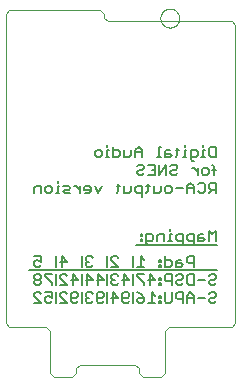
<source format=gbo>
G75*
%MOIN*%
%OFA0B0*%
%FSLAX25Y25*%
%IPPOS*%
%LPD*%
%AMOC8*
5,1,8,0,0,1.08239X$1,22.5*
%
%ADD10C,0.00500*%
%ADD11C,0.00600*%
%ADD12C,0.00000*%
D10*
X0017648Y0029625D02*
X0019983Y0029625D01*
X0017648Y0031960D01*
X0017648Y0032544D01*
X0018231Y0033128D01*
X0019399Y0033128D01*
X0019983Y0032544D01*
X0021331Y0033128D02*
X0023666Y0033128D01*
X0023666Y0031376D01*
X0022498Y0031960D01*
X0021915Y0031960D01*
X0021331Y0031376D01*
X0021331Y0030209D01*
X0021915Y0029625D01*
X0023082Y0029625D01*
X0023666Y0030209D01*
X0024894Y0029625D02*
X0024894Y0033128D01*
X0024894Y0035625D02*
X0024894Y0039128D01*
X0023666Y0039128D02*
X0021331Y0039128D01*
X0021331Y0038544D01*
X0023666Y0036209D01*
X0023666Y0035625D01*
X0026242Y0035625D02*
X0028577Y0035625D01*
X0026242Y0037960D01*
X0026242Y0038544D01*
X0026825Y0039128D01*
X0027993Y0039128D01*
X0028577Y0038544D01*
X0029925Y0037376D02*
X0032260Y0037376D01*
X0030509Y0039128D01*
X0030509Y0035625D01*
X0030509Y0033128D02*
X0031676Y0033128D01*
X0032260Y0032544D01*
X0032260Y0031960D01*
X0031676Y0031376D01*
X0029925Y0031376D01*
X0029925Y0030209D02*
X0029925Y0032544D01*
X0030509Y0033128D01*
X0028577Y0032544D02*
X0027993Y0033128D01*
X0026825Y0033128D01*
X0026242Y0032544D01*
X0026242Y0031960D01*
X0028577Y0029625D01*
X0026242Y0029625D01*
X0029925Y0030209D02*
X0030509Y0029625D01*
X0031676Y0029625D01*
X0032260Y0030209D01*
X0033488Y0029625D02*
X0033488Y0033128D01*
X0033488Y0035625D02*
X0033488Y0039128D01*
X0034836Y0037376D02*
X0037171Y0037376D01*
X0035419Y0039128D01*
X0035419Y0035625D01*
X0035419Y0033128D02*
X0034836Y0032544D01*
X0034836Y0031960D01*
X0035419Y0031376D01*
X0034836Y0030793D01*
X0034836Y0030209D01*
X0035419Y0029625D01*
X0036587Y0029625D01*
X0037171Y0030209D01*
X0036003Y0031376D02*
X0035419Y0031376D01*
X0037171Y0032544D02*
X0036587Y0033128D01*
X0035419Y0033128D01*
X0038519Y0032544D02*
X0038519Y0030209D01*
X0039103Y0029625D01*
X0040270Y0029625D01*
X0040854Y0030209D01*
X0040270Y0031376D02*
X0038519Y0031376D01*
X0038519Y0032544D02*
X0039103Y0033128D01*
X0040270Y0033128D01*
X0040854Y0032544D01*
X0040854Y0031960D01*
X0040270Y0031376D01*
X0042082Y0029625D02*
X0042082Y0033128D01*
X0042082Y0035625D02*
X0042082Y0039128D01*
X0043430Y0038544D02*
X0043430Y0037960D01*
X0044013Y0037376D01*
X0043430Y0036793D01*
X0043430Y0036209D01*
X0044013Y0035625D01*
X0045181Y0035625D01*
X0045765Y0036209D01*
X0047113Y0037376D02*
X0049448Y0037376D01*
X0047697Y0039128D01*
X0047697Y0035625D01*
X0047697Y0033128D02*
X0048864Y0033128D01*
X0049448Y0032544D01*
X0049448Y0031960D01*
X0048864Y0031376D01*
X0047113Y0031376D01*
X0047113Y0030209D02*
X0047113Y0032544D01*
X0047697Y0033128D01*
X0045765Y0031376D02*
X0043430Y0031376D01*
X0044013Y0029625D02*
X0044013Y0033128D01*
X0045765Y0031376D01*
X0047113Y0030209D02*
X0047697Y0029625D01*
X0048864Y0029625D01*
X0049448Y0030209D01*
X0050676Y0029625D02*
X0050676Y0033128D01*
X0052024Y0033128D02*
X0053191Y0032544D01*
X0054359Y0031376D01*
X0052607Y0031376D01*
X0052024Y0030793D01*
X0052024Y0030209D01*
X0052607Y0029625D01*
X0053775Y0029625D01*
X0054359Y0030209D01*
X0054359Y0031376D01*
X0055707Y0029625D02*
X0058042Y0029625D01*
X0056874Y0029625D02*
X0056874Y0033128D01*
X0058042Y0031960D01*
X0059300Y0031960D02*
X0059300Y0031376D01*
X0059884Y0031376D01*
X0059884Y0031960D01*
X0059300Y0031960D01*
X0059300Y0030209D02*
X0059300Y0029625D01*
X0059884Y0029625D01*
X0059884Y0030209D01*
X0059300Y0030209D01*
X0061232Y0030209D02*
X0061232Y0033128D01*
X0059884Y0035625D02*
X0059884Y0036209D01*
X0059300Y0036209D01*
X0059300Y0035625D01*
X0059884Y0035625D01*
X0059884Y0037376D02*
X0059300Y0037376D01*
X0059300Y0037960D01*
X0059884Y0037960D01*
X0059884Y0037376D01*
X0061232Y0037376D02*
X0061232Y0038544D01*
X0061815Y0039128D01*
X0063567Y0039128D01*
X0063567Y0035625D01*
X0063567Y0036793D02*
X0061815Y0036793D01*
X0061232Y0037376D01*
X0058042Y0037376D02*
X0055707Y0037376D01*
X0054359Y0036209D02*
X0054359Y0035625D01*
X0054359Y0036209D02*
X0052024Y0038544D01*
X0052024Y0039128D01*
X0054359Y0039128D01*
X0056291Y0039128D02*
X0058042Y0037376D01*
X0056291Y0035625D02*
X0056291Y0039128D01*
X0054359Y0041625D02*
X0052024Y0041625D01*
X0050676Y0041625D02*
X0050676Y0045128D01*
X0053191Y0045128D02*
X0053191Y0041625D01*
X0054359Y0043960D02*
X0053191Y0045128D01*
X0055677Y0049082D02*
X0055093Y0049666D01*
X0055093Y0052585D01*
X0056844Y0052585D01*
X0057428Y0052001D01*
X0057428Y0050834D01*
X0056844Y0050250D01*
X0055093Y0050250D01*
X0055677Y0049082D02*
X0056261Y0049082D01*
X0058776Y0050250D02*
X0058776Y0052001D01*
X0059360Y0052585D01*
X0061111Y0052585D01*
X0061111Y0050250D01*
X0062399Y0050250D02*
X0063567Y0050250D01*
X0062983Y0050250D02*
X0062983Y0052585D01*
X0063567Y0052585D01*
X0062983Y0053753D02*
X0062983Y0054337D01*
X0064915Y0052001D02*
X0064915Y0050834D01*
X0065498Y0050250D01*
X0067250Y0050250D01*
X0067250Y0049082D02*
X0067250Y0052585D01*
X0065498Y0052585D01*
X0064915Y0052001D01*
X0068598Y0052001D02*
X0068598Y0050834D01*
X0069182Y0050250D01*
X0070933Y0050250D01*
X0070933Y0049082D02*
X0070933Y0052585D01*
X0069182Y0052585D01*
X0068598Y0052001D01*
X0072281Y0052001D02*
X0072281Y0050250D01*
X0074032Y0050250D01*
X0074616Y0050834D01*
X0074032Y0051418D01*
X0072281Y0051418D01*
X0072281Y0052001D02*
X0072865Y0052585D01*
X0074032Y0052585D01*
X0075964Y0053753D02*
X0075964Y0050250D01*
X0077132Y0052585D02*
X0075964Y0053753D01*
X0077132Y0052585D02*
X0078299Y0053753D01*
X0078299Y0050250D01*
X0070933Y0045128D02*
X0070933Y0041625D01*
X0070933Y0042793D02*
X0069182Y0042793D01*
X0068598Y0043376D01*
X0068598Y0044544D01*
X0069182Y0045128D01*
X0070933Y0045128D01*
X0067250Y0042209D02*
X0066666Y0042793D01*
X0064915Y0042793D01*
X0064915Y0043376D02*
X0064915Y0041625D01*
X0066666Y0041625D01*
X0067250Y0042209D01*
X0066666Y0043960D02*
X0065498Y0043960D01*
X0064915Y0043376D01*
X0063567Y0043376D02*
X0063567Y0042209D01*
X0062983Y0041625D01*
X0061232Y0041625D01*
X0061232Y0045128D01*
X0061232Y0043960D02*
X0062983Y0043960D01*
X0063567Y0043376D01*
X0065498Y0039128D02*
X0064915Y0038544D01*
X0065498Y0039128D02*
X0066666Y0039128D01*
X0067250Y0038544D01*
X0067250Y0037960D01*
X0066666Y0037376D01*
X0065498Y0037376D01*
X0064915Y0036793D01*
X0064915Y0036209D01*
X0065498Y0035625D01*
X0066666Y0035625D01*
X0067250Y0036209D01*
X0068598Y0036209D02*
X0068598Y0038544D01*
X0069182Y0039128D01*
X0070933Y0039128D01*
X0070933Y0035625D01*
X0069182Y0035625D01*
X0068598Y0036209D01*
X0069765Y0033128D02*
X0068598Y0031960D01*
X0068598Y0029625D01*
X0067250Y0029625D02*
X0067250Y0033128D01*
X0065498Y0033128D01*
X0064915Y0032544D01*
X0064915Y0031376D01*
X0065498Y0030793D01*
X0067250Y0030793D01*
X0068598Y0031376D02*
X0070933Y0031376D01*
X0070933Y0031960D02*
X0070933Y0029625D01*
X0072281Y0031376D02*
X0074616Y0031376D01*
X0075964Y0030793D02*
X0075964Y0030209D01*
X0076548Y0029625D01*
X0077716Y0029625D01*
X0078299Y0030209D01*
X0077716Y0031376D02*
X0078299Y0031960D01*
X0078299Y0032544D01*
X0077716Y0033128D01*
X0076548Y0033128D01*
X0075964Y0032544D01*
X0076548Y0031376D02*
X0075964Y0030793D01*
X0076548Y0031376D02*
X0077716Y0031376D01*
X0077716Y0035625D02*
X0076548Y0035625D01*
X0075964Y0036209D01*
X0075964Y0036793D01*
X0076548Y0037376D01*
X0077716Y0037376D01*
X0078299Y0037960D01*
X0078299Y0038544D01*
X0077716Y0039128D01*
X0076548Y0039128D01*
X0075964Y0038544D01*
X0074616Y0037376D02*
X0072281Y0037376D01*
X0069765Y0033128D02*
X0070933Y0031960D01*
X0077716Y0035625D02*
X0078299Y0036209D01*
X0063567Y0033128D02*
X0063567Y0030209D01*
X0062983Y0029625D01*
X0061815Y0029625D01*
X0061232Y0030209D01*
X0059884Y0041625D02*
X0059300Y0041625D01*
X0059300Y0042209D01*
X0059884Y0042209D01*
X0059884Y0041625D01*
X0059884Y0043376D02*
X0059300Y0043376D01*
X0059300Y0043960D01*
X0059884Y0043960D01*
X0059884Y0043376D01*
X0053745Y0050250D02*
X0053745Y0050834D01*
X0053161Y0050834D01*
X0053161Y0050250D01*
X0053745Y0050250D01*
X0053745Y0052001D02*
X0053745Y0052585D01*
X0053161Y0052585D01*
X0053161Y0052001D01*
X0053745Y0052001D01*
X0045765Y0044544D02*
X0045181Y0045128D01*
X0044013Y0045128D01*
X0043430Y0044544D01*
X0043430Y0043960D01*
X0045765Y0041625D01*
X0043430Y0041625D01*
X0042082Y0041625D02*
X0042082Y0045128D01*
X0044013Y0039128D02*
X0043430Y0038544D01*
X0044013Y0039128D02*
X0045181Y0039128D01*
X0045765Y0038544D01*
X0044597Y0037376D02*
X0044013Y0037376D01*
X0040854Y0037376D02*
X0038519Y0037376D01*
X0039103Y0035625D02*
X0039103Y0039128D01*
X0040854Y0037376D01*
X0036587Y0041625D02*
X0037171Y0042209D01*
X0036587Y0041625D02*
X0035419Y0041625D01*
X0034836Y0042209D01*
X0034836Y0042793D01*
X0035419Y0043376D01*
X0036003Y0043376D01*
X0035419Y0043376D02*
X0034836Y0043960D01*
X0034836Y0044544D01*
X0035419Y0045128D01*
X0036587Y0045128D01*
X0037171Y0044544D01*
X0033488Y0045128D02*
X0033488Y0041625D01*
X0028577Y0043376D02*
X0026242Y0043376D01*
X0026825Y0041625D02*
X0026825Y0045128D01*
X0028577Y0043376D01*
X0024894Y0045128D02*
X0024894Y0041625D01*
X0019983Y0042209D02*
X0019399Y0041625D01*
X0018231Y0041625D01*
X0017648Y0042209D01*
X0017648Y0043376D01*
X0018231Y0043960D01*
X0018815Y0043960D01*
X0019983Y0043376D01*
X0019983Y0045128D01*
X0017648Y0045128D01*
X0018231Y0039128D02*
X0017648Y0038544D01*
X0017648Y0037960D01*
X0018231Y0037376D01*
X0019399Y0037376D01*
X0019983Y0037960D01*
X0019983Y0038544D01*
X0019399Y0039128D01*
X0018231Y0039128D01*
X0018231Y0037376D02*
X0017648Y0036793D01*
X0017648Y0036209D01*
X0018231Y0035625D01*
X0019399Y0035625D01*
X0019983Y0036209D01*
X0019983Y0036793D01*
X0019399Y0037376D01*
X0019983Y0066188D02*
X0019983Y0068523D01*
X0018231Y0068523D01*
X0017648Y0067939D01*
X0017648Y0066188D01*
X0021331Y0066771D02*
X0021331Y0067939D01*
X0021915Y0068523D01*
X0023082Y0068523D01*
X0023666Y0067939D01*
X0023666Y0066771D01*
X0023082Y0066188D01*
X0021915Y0066188D01*
X0021331Y0066771D01*
X0024954Y0066188D02*
X0026122Y0066188D01*
X0025538Y0066188D02*
X0025538Y0068523D01*
X0026122Y0068523D01*
X0025538Y0069690D02*
X0025538Y0070274D01*
X0027469Y0068523D02*
X0029221Y0068523D01*
X0029805Y0067939D01*
X0029221Y0067355D01*
X0028053Y0067355D01*
X0027469Y0066771D01*
X0028053Y0066188D01*
X0029805Y0066188D01*
X0031122Y0068523D02*
X0031706Y0068523D01*
X0032874Y0067355D01*
X0032874Y0066188D02*
X0032874Y0068523D01*
X0034222Y0067939D02*
X0034222Y0067355D01*
X0036557Y0067355D01*
X0036557Y0066771D02*
X0036557Y0067939D01*
X0035973Y0068523D01*
X0034806Y0068523D01*
X0034222Y0067939D01*
X0034806Y0066188D02*
X0035973Y0066188D01*
X0036557Y0066771D01*
X0037905Y0068523D02*
X0039073Y0066188D01*
X0040240Y0068523D01*
X0045211Y0068523D02*
X0046379Y0068523D01*
X0045795Y0069107D02*
X0045795Y0066771D01*
X0045211Y0066188D01*
X0047727Y0066188D02*
X0047727Y0068523D01*
X0047727Y0066188D02*
X0049478Y0066188D01*
X0050062Y0066771D01*
X0050062Y0068523D01*
X0051410Y0067939D02*
X0051410Y0066771D01*
X0051994Y0066188D01*
X0053745Y0066188D01*
X0053745Y0065020D02*
X0053745Y0068523D01*
X0051994Y0068523D01*
X0051410Y0067939D01*
X0052607Y0072188D02*
X0053775Y0072188D01*
X0054359Y0072771D01*
X0053775Y0073939D02*
X0054359Y0074523D01*
X0054359Y0075107D01*
X0053775Y0075690D01*
X0052607Y0075690D01*
X0052024Y0075107D01*
X0052607Y0073939D02*
X0052024Y0073355D01*
X0052024Y0072771D01*
X0052607Y0072188D01*
X0052607Y0073939D02*
X0053775Y0073939D01*
X0055707Y0075690D02*
X0058042Y0075690D01*
X0058042Y0072188D01*
X0055707Y0072188D01*
X0056874Y0073939D02*
X0058042Y0073939D01*
X0059390Y0072188D02*
X0059390Y0075690D01*
X0059300Y0078188D02*
X0059300Y0081690D01*
X0059884Y0081690D01*
X0061232Y0079939D02*
X0061232Y0078188D01*
X0062983Y0078188D01*
X0063567Y0078771D01*
X0062983Y0079355D01*
X0061232Y0079355D01*
X0061232Y0079939D02*
X0061815Y0080523D01*
X0062983Y0080523D01*
X0064855Y0080523D02*
X0066022Y0080523D01*
X0065438Y0081107D02*
X0065438Y0078771D01*
X0064855Y0078188D01*
X0064825Y0075690D02*
X0063657Y0075690D01*
X0063073Y0075107D01*
X0063657Y0073939D02*
X0063073Y0073355D01*
X0063073Y0072771D01*
X0063657Y0072188D01*
X0064825Y0072188D01*
X0065408Y0072771D01*
X0064825Y0073939D02*
X0065408Y0074523D01*
X0065408Y0075107D01*
X0064825Y0075690D01*
X0064825Y0073939D02*
X0063657Y0073939D01*
X0061725Y0075690D02*
X0059390Y0072188D01*
X0061725Y0072188D02*
X0061725Y0075690D01*
X0059884Y0078188D02*
X0058716Y0078188D01*
X0053745Y0078188D02*
X0053745Y0080523D01*
X0052577Y0081690D01*
X0051410Y0080523D01*
X0051410Y0078188D01*
X0050062Y0078771D02*
X0050062Y0080523D01*
X0050062Y0078771D02*
X0049478Y0078188D01*
X0047727Y0078188D01*
X0047727Y0080523D01*
X0046379Y0079939D02*
X0046379Y0078771D01*
X0045795Y0078188D01*
X0044044Y0078188D01*
X0044044Y0081690D01*
X0044044Y0080523D02*
X0045795Y0080523D01*
X0046379Y0079939D01*
X0042696Y0080523D02*
X0042112Y0080523D01*
X0042112Y0078188D01*
X0042696Y0078188D02*
X0041528Y0078188D01*
X0040240Y0078771D02*
X0039656Y0078188D01*
X0038489Y0078188D01*
X0037905Y0078771D01*
X0037905Y0079939D01*
X0038489Y0080523D01*
X0039656Y0080523D01*
X0040240Y0079939D01*
X0040240Y0078771D01*
X0042112Y0081690D02*
X0042112Y0082274D01*
X0051410Y0079939D02*
X0053745Y0079939D01*
X0055617Y0069107D02*
X0055617Y0066771D01*
X0055033Y0066188D01*
X0055033Y0068523D02*
X0056201Y0068523D01*
X0057548Y0068523D02*
X0057548Y0066188D01*
X0059300Y0066188D01*
X0059884Y0066771D01*
X0059884Y0068523D01*
X0061232Y0067939D02*
X0061232Y0066771D01*
X0061815Y0066188D01*
X0062983Y0066188D01*
X0063567Y0066771D01*
X0063567Y0067939D01*
X0062983Y0068523D01*
X0061815Y0068523D01*
X0061232Y0067939D01*
X0064915Y0067939D02*
X0067250Y0067939D01*
X0068598Y0067939D02*
X0070933Y0067939D01*
X0070933Y0068523D02*
X0069765Y0069690D01*
X0068598Y0068523D01*
X0068598Y0066188D01*
X0070933Y0066188D02*
X0070933Y0068523D01*
X0072281Y0069107D02*
X0072865Y0069690D01*
X0074032Y0069690D01*
X0074616Y0069107D01*
X0074616Y0066771D01*
X0074032Y0066188D01*
X0072865Y0066188D01*
X0072281Y0066771D01*
X0075964Y0066188D02*
X0077132Y0067355D01*
X0076548Y0067355D02*
X0078299Y0067355D01*
X0078299Y0066188D02*
X0078299Y0069690D01*
X0076548Y0069690D01*
X0075964Y0069107D01*
X0075964Y0067939D01*
X0076548Y0067355D01*
X0077716Y0072188D02*
X0077716Y0075107D01*
X0077132Y0075690D01*
X0076548Y0078188D02*
X0075964Y0078771D01*
X0075964Y0081107D01*
X0076548Y0081690D01*
X0078299Y0081690D01*
X0078299Y0078188D01*
X0076548Y0078188D01*
X0074616Y0078188D02*
X0073449Y0078188D01*
X0074032Y0078188D02*
X0074032Y0080523D01*
X0074616Y0080523D01*
X0074032Y0081690D02*
X0074032Y0082274D01*
X0072161Y0079939D02*
X0072161Y0078771D01*
X0071577Y0078188D01*
X0069826Y0078188D01*
X0069826Y0077604D02*
X0069826Y0080523D01*
X0071577Y0080523D01*
X0072161Y0079939D01*
X0070993Y0077020D02*
X0070409Y0077020D01*
X0069826Y0077604D01*
X0068478Y0078188D02*
X0067310Y0078188D01*
X0067894Y0078188D02*
X0067894Y0080523D01*
X0068478Y0080523D01*
X0067894Y0081690D02*
X0067894Y0082274D01*
X0070409Y0074523D02*
X0070993Y0074523D01*
X0072161Y0073355D01*
X0072161Y0072188D02*
X0072161Y0074523D01*
X0073509Y0073939D02*
X0074092Y0074523D01*
X0075260Y0074523D01*
X0075844Y0073939D01*
X0075844Y0072771D01*
X0075260Y0072188D01*
X0074092Y0072188D01*
X0073509Y0072771D01*
X0073509Y0073939D01*
X0077132Y0073939D02*
X0078299Y0073939D01*
X0050676Y0039128D02*
X0050676Y0035625D01*
D11*
X0051674Y0049062D02*
X0078549Y0049062D01*
X0078549Y0040625D02*
X0016049Y0040625D01*
D12*
X0021674Y0021562D02*
X0009487Y0021562D01*
X0008237Y0022812D01*
X0008237Y0125937D01*
X0009487Y0127187D01*
X0039799Y0127187D01*
X0041049Y0125937D01*
X0041049Y0124687D01*
X0042299Y0123437D01*
X0083549Y0123437D01*
X0084799Y0122187D01*
X0084799Y0022812D01*
X0083549Y0021562D01*
X0062612Y0021562D01*
X0061362Y0020313D01*
X0061362Y0006250D01*
X0060112Y0005000D01*
X0053862Y0005000D01*
X0052612Y0006250D01*
X0052612Y0007812D01*
X0051362Y0009063D01*
X0032924Y0009063D01*
X0031674Y0007812D01*
X0031674Y0006250D01*
X0030424Y0005000D01*
X0024174Y0005000D01*
X0022924Y0006250D01*
X0022924Y0020313D01*
X0021674Y0021562D01*
X0059774Y0124560D02*
X0059776Y0124672D01*
X0059782Y0124783D01*
X0059792Y0124895D01*
X0059806Y0125006D01*
X0059823Y0125116D01*
X0059845Y0125226D01*
X0059871Y0125335D01*
X0059900Y0125443D01*
X0059933Y0125549D01*
X0059970Y0125655D01*
X0060011Y0125759D01*
X0060056Y0125862D01*
X0060104Y0125963D01*
X0060155Y0126062D01*
X0060210Y0126159D01*
X0060269Y0126254D01*
X0060330Y0126348D01*
X0060395Y0126439D01*
X0060464Y0126527D01*
X0060535Y0126613D01*
X0060609Y0126697D01*
X0060687Y0126777D01*
X0060767Y0126855D01*
X0060850Y0126931D01*
X0060935Y0127003D01*
X0061023Y0127072D01*
X0061113Y0127138D01*
X0061206Y0127200D01*
X0061301Y0127260D01*
X0061398Y0127316D01*
X0061496Y0127368D01*
X0061597Y0127417D01*
X0061699Y0127462D01*
X0061803Y0127504D01*
X0061908Y0127542D01*
X0062015Y0127576D01*
X0062122Y0127606D01*
X0062231Y0127633D01*
X0062340Y0127655D01*
X0062451Y0127674D01*
X0062561Y0127689D01*
X0062673Y0127700D01*
X0062784Y0127707D01*
X0062896Y0127710D01*
X0063008Y0127709D01*
X0063120Y0127704D01*
X0063231Y0127695D01*
X0063342Y0127682D01*
X0063453Y0127665D01*
X0063563Y0127645D01*
X0063672Y0127620D01*
X0063780Y0127592D01*
X0063887Y0127559D01*
X0063993Y0127523D01*
X0064097Y0127483D01*
X0064200Y0127440D01*
X0064302Y0127393D01*
X0064401Y0127342D01*
X0064499Y0127288D01*
X0064595Y0127230D01*
X0064689Y0127169D01*
X0064780Y0127105D01*
X0064869Y0127038D01*
X0064956Y0126967D01*
X0065040Y0126893D01*
X0065122Y0126817D01*
X0065200Y0126737D01*
X0065276Y0126655D01*
X0065349Y0126570D01*
X0065419Y0126483D01*
X0065485Y0126393D01*
X0065549Y0126301D01*
X0065609Y0126207D01*
X0065666Y0126111D01*
X0065719Y0126012D01*
X0065769Y0125912D01*
X0065815Y0125811D01*
X0065858Y0125707D01*
X0065897Y0125602D01*
X0065932Y0125496D01*
X0065963Y0125389D01*
X0065991Y0125280D01*
X0066014Y0125171D01*
X0066034Y0125061D01*
X0066050Y0124950D01*
X0066062Y0124839D01*
X0066070Y0124728D01*
X0066074Y0124616D01*
X0066074Y0124504D01*
X0066070Y0124392D01*
X0066062Y0124281D01*
X0066050Y0124170D01*
X0066034Y0124059D01*
X0066014Y0123949D01*
X0065991Y0123840D01*
X0065963Y0123731D01*
X0065932Y0123624D01*
X0065897Y0123518D01*
X0065858Y0123413D01*
X0065815Y0123309D01*
X0065769Y0123208D01*
X0065719Y0123108D01*
X0065666Y0123009D01*
X0065609Y0122913D01*
X0065549Y0122819D01*
X0065485Y0122727D01*
X0065419Y0122637D01*
X0065349Y0122550D01*
X0065276Y0122465D01*
X0065200Y0122383D01*
X0065122Y0122303D01*
X0065040Y0122227D01*
X0064956Y0122153D01*
X0064869Y0122082D01*
X0064780Y0122015D01*
X0064689Y0121951D01*
X0064595Y0121890D01*
X0064499Y0121832D01*
X0064401Y0121778D01*
X0064302Y0121727D01*
X0064200Y0121680D01*
X0064097Y0121637D01*
X0063993Y0121597D01*
X0063887Y0121561D01*
X0063780Y0121528D01*
X0063672Y0121500D01*
X0063563Y0121475D01*
X0063453Y0121455D01*
X0063342Y0121438D01*
X0063231Y0121425D01*
X0063120Y0121416D01*
X0063008Y0121411D01*
X0062896Y0121410D01*
X0062784Y0121413D01*
X0062673Y0121420D01*
X0062561Y0121431D01*
X0062451Y0121446D01*
X0062340Y0121465D01*
X0062231Y0121487D01*
X0062122Y0121514D01*
X0062015Y0121544D01*
X0061908Y0121578D01*
X0061803Y0121616D01*
X0061699Y0121658D01*
X0061597Y0121703D01*
X0061496Y0121752D01*
X0061398Y0121804D01*
X0061301Y0121860D01*
X0061206Y0121920D01*
X0061113Y0121982D01*
X0061023Y0122048D01*
X0060935Y0122117D01*
X0060850Y0122189D01*
X0060767Y0122265D01*
X0060687Y0122343D01*
X0060609Y0122423D01*
X0060535Y0122507D01*
X0060464Y0122593D01*
X0060395Y0122681D01*
X0060330Y0122772D01*
X0060269Y0122866D01*
X0060210Y0122961D01*
X0060155Y0123058D01*
X0060104Y0123157D01*
X0060056Y0123258D01*
X0060011Y0123361D01*
X0059970Y0123465D01*
X0059933Y0123571D01*
X0059900Y0123677D01*
X0059871Y0123785D01*
X0059845Y0123894D01*
X0059823Y0124004D01*
X0059806Y0124114D01*
X0059792Y0124225D01*
X0059782Y0124337D01*
X0059776Y0124448D01*
X0059774Y0124560D01*
M02*

</source>
